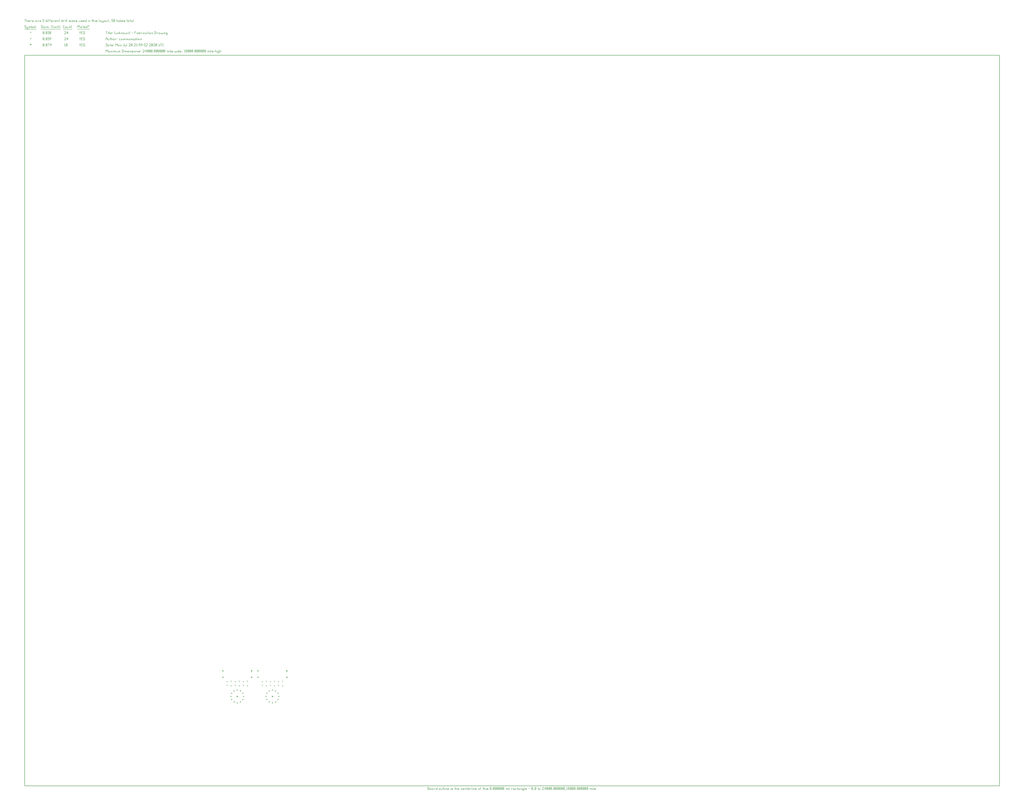
<source format=gbr>
G04 start of page 17 for group -3984 idx -3984 *
G04 Title: (unknown), fab *
G04 Creator: pcb 4.2.0 *
G04 CreationDate: Mon Jul 20 21:59:32 2020 UTC *
G04 For: commonadmin *
G04 Format: Gerber/RS-274X *
G04 PCB-Dimensions (mil): 24000.00 18000.00 *
G04 PCB-Coordinate-Origin: lower left *
%MOIN*%
%FSLAX25Y25*%
%LNFAB*%
%ADD78C,0.0100*%
%ADD77C,0.0075*%
%ADD76C,0.0060*%
%ADD75C,0.0001*%
G54D75*G36*
X609036Y222041D02*X612002Y219076D01*
X611436Y218510D01*
X608471Y221476D01*
X609036Y222041D01*
G37*
G36*
X608471Y219076D02*X611436Y222041D01*
X612002Y221476D01*
X609036Y218510D01*
X608471Y219076D01*
G37*
G36*
X644469Y269285D02*X647435Y266320D01*
X646869Y265754D01*
X643904Y268720D01*
X644469Y269285D01*
G37*
G36*
X643904Y266320D02*X646869Y269285D01*
X647435Y268720D01*
X644469Y265754D01*
X643904Y266320D01*
G37*
G36*
X644469Y285033D02*X647435Y282068D01*
X646869Y281502D01*
X643904Y284468D01*
X644469Y285033D01*
G37*
G36*
X643904Y282068D02*X646869Y285033D01*
X647435Y284468D01*
X644469Y281502D01*
X643904Y282068D01*
G37*
G36*
X573603Y285033D02*X576569Y282068D01*
X576003Y281502D01*
X573037Y284468D01*
X573603Y285033D01*
G37*
G36*
X573037Y282068D02*X576003Y285033D01*
X576569Y284468D01*
X573603Y281502D01*
X573037Y282068D01*
G37*
G36*
X573603Y269285D02*X576569Y266320D01*
X576003Y265754D01*
X573037Y268720D01*
X573603Y269285D01*
G37*
G36*
X573037Y266320D02*X576003Y269285D01*
X576569Y268720D01*
X573603Y265754D01*
X573037Y266320D01*
G37*
G36*
X522422Y222041D02*X525388Y219076D01*
X524822Y218510D01*
X521856Y221476D01*
X522422Y222041D01*
G37*
G36*
X521856Y219076D02*X524822Y222041D01*
X525388Y221476D01*
X522422Y218510D01*
X521856Y219076D01*
G37*
G36*
X557855Y269285D02*X560821Y266320D01*
X560255Y265754D01*
X557289Y268720D01*
X557855Y269285D01*
G37*
G36*
X557289Y266320D02*X560255Y269285D01*
X560821Y268720D01*
X557855Y265754D01*
X557289Y266320D01*
G37*
G36*
X557855Y285033D02*X560821Y282068D01*
X560255Y281502D01*
X557289Y284468D01*
X557855Y285033D01*
G37*
G36*
X557289Y282068D02*X560255Y285033D01*
X560821Y284468D01*
X557855Y281502D01*
X557289Y282068D01*
G37*
G36*
X486989Y285033D02*X489955Y282068D01*
X489389Y281502D01*
X486423Y284468D01*
X486989Y285033D01*
G37*
G36*
X486423Y282068D02*X489389Y285033D01*
X489955Y284468D01*
X486989Y281502D01*
X486423Y282068D01*
G37*
G36*
X486989Y269285D02*X489955Y266320D01*
X489389Y265754D01*
X486423Y268720D01*
X486989Y269285D01*
G37*
G36*
X486423Y266320D02*X489389Y269285D01*
X489955Y268720D01*
X486989Y265754D01*
X486423Y266320D01*
G37*
G36*
X13800Y1828016D02*X16766Y1825050D01*
X16200Y1824484D01*
X13234Y1827450D01*
X13800Y1828016D01*
G37*
G36*
X13234Y1825050D02*X16200Y1828016D01*
X16766Y1827450D01*
X13800Y1824484D01*
X13234Y1825050D01*
G37*
G54D76*X135000Y1828500D02*X136500Y1825500D01*
X138000Y1828500D01*
X136500Y1825500D02*Y1822500D01*
X139800Y1825800D02*X142050D01*
X139800Y1822500D02*X142800D01*
X139800Y1828500D02*Y1822500D01*
Y1828500D02*X142800D01*
X147600D02*X148350Y1827750D01*
X145350Y1828500D02*X147600D01*
X144600Y1827750D02*X145350Y1828500D01*
X144600Y1827750D02*Y1826250D01*
X145350Y1825500D01*
X147600D01*
X148350Y1824750D01*
Y1823250D01*
X147600Y1822500D02*X148350Y1823250D01*
X145350Y1822500D02*X147600D01*
X144600Y1823250D02*X145350Y1822500D01*
X98000Y1827300D02*X99200Y1828500D01*
Y1822500D01*
X98000D02*X100250D01*
X102050Y1823250D02*X102800Y1822500D01*
X102050Y1827750D02*Y1823250D01*
Y1827750D02*X102800Y1828500D01*
X104300D01*
X105050Y1827750D01*
Y1823250D01*
X104300Y1822500D02*X105050Y1823250D01*
X102800Y1822500D02*X104300D01*
X102050Y1824000D02*X105050Y1827000D01*
X45000Y1823250D02*X45750Y1822500D01*
X45000Y1827750D02*Y1823250D01*
Y1827750D02*X45750Y1828500D01*
X47250D01*
X48000Y1827750D01*
Y1823250D01*
X47250Y1822500D02*X48000Y1823250D01*
X45750Y1822500D02*X47250D01*
X45000Y1824000D02*X48000Y1827000D01*
X49800Y1822500D02*X50550D01*
X52350Y1823250D02*X53100Y1822500D01*
X52350Y1827750D02*Y1823250D01*
Y1827750D02*X53100Y1828500D01*
X54600D01*
X55350Y1827750D01*
Y1823250D01*
X54600Y1822500D02*X55350Y1823250D01*
X53100Y1822500D02*X54600D01*
X52350Y1824000D02*X55350Y1827000D01*
X57900Y1822500D02*X60900Y1828500D01*
X57150D02*X60900D01*
X63450Y1822500D02*X65700Y1825500D01*
Y1827750D02*Y1825500D01*
X64950Y1828500D02*X65700Y1827750D01*
X63450Y1828500D02*X64950D01*
X62700Y1827750D02*X63450Y1828500D01*
X62700Y1827750D02*Y1826250D01*
X63450Y1825500D01*
X65700D01*
X610236Y206128D02*Y202928D01*
X608636Y204528D02*X611836D01*
X625984Y221876D02*Y218676D01*
X624384Y220276D02*X627584D01*
X610236Y237624D02*Y234424D01*
X608636Y236024D02*X611836D01*
X594488Y221876D02*Y218676D01*
X592888Y220276D02*X596088D01*
X602362Y235458D02*Y232258D01*
X600762Y233858D02*X603962D01*
X596457Y229553D02*Y226353D01*
X594857Y227953D02*X598057D01*
X602362Y208293D02*Y205093D01*
X600762Y206693D02*X603962D01*
X596457Y214198D02*Y210998D01*
X594857Y212598D02*X598057D01*
X618110Y208293D02*Y205093D01*
X616510Y206693D02*X619710D01*
X618110Y235458D02*Y232258D01*
X616510Y233858D02*X619710D01*
X624016Y214198D02*Y210998D01*
X622416Y212598D02*X625616D01*
X624016Y229553D02*Y226353D01*
X622416Y227953D02*X625616D01*
X523622Y206128D02*Y202928D01*
X522022Y204528D02*X525222D01*
X539370Y221876D02*Y218676D01*
X537770Y220276D02*X540970D01*
X523622Y237624D02*Y234424D01*
X522022Y236024D02*X525222D01*
X507874Y221876D02*Y218676D01*
X506274Y220276D02*X509474D01*
X515748Y235458D02*Y232258D01*
X514148Y233858D02*X517348D01*
X509843Y229553D02*Y226353D01*
X508243Y227953D02*X511443D01*
X515748Y208293D02*Y205093D01*
X514148Y206693D02*X517348D01*
X509843Y214198D02*Y210998D01*
X508243Y212598D02*X511443D01*
X531496Y208293D02*Y205093D01*
X529896Y206693D02*X533096D01*
X531496Y235458D02*Y232258D01*
X529896Y233858D02*X533096D01*
X537402Y214198D02*Y210998D01*
X535802Y212598D02*X539002D01*
X537402Y229553D02*Y226353D01*
X535802Y227953D02*X539002D01*
X15000Y1842850D02*Y1839650D01*
X13400Y1841250D02*X16600D01*
X135000Y1843500D02*X136500Y1840500D01*
X138000Y1843500D01*
X136500Y1840500D02*Y1837500D01*
X139800Y1840800D02*X142050D01*
X139800Y1837500D02*X142800D01*
X139800Y1843500D02*Y1837500D01*
Y1843500D02*X142800D01*
X147600D02*X148350Y1842750D01*
X145350Y1843500D02*X147600D01*
X144600Y1842750D02*X145350Y1843500D01*
X144600Y1842750D02*Y1841250D01*
X145350Y1840500D01*
X147600D01*
X148350Y1839750D01*
Y1838250D01*
X147600Y1837500D02*X148350Y1838250D01*
X145350Y1837500D02*X147600D01*
X144600Y1838250D02*X145350Y1837500D01*
X98000Y1842750D02*X98750Y1843500D01*
X101000D01*
X101750Y1842750D01*
Y1841250D01*
X98000Y1837500D02*X101750Y1841250D01*
X98000Y1837500D02*X101750D01*
X103550Y1839750D02*X106550Y1843500D01*
X103550Y1839750D02*X107300D01*
X106550Y1843500D02*Y1837500D01*
X45000Y1838250D02*X45750Y1837500D01*
X45000Y1842750D02*Y1838250D01*
Y1842750D02*X45750Y1843500D01*
X47250D01*
X48000Y1842750D01*
Y1838250D01*
X47250Y1837500D02*X48000Y1838250D01*
X45750Y1837500D02*X47250D01*
X45000Y1839000D02*X48000Y1842000D01*
X49800Y1837500D02*X50550D01*
X52350Y1838250D02*X53100Y1837500D01*
X52350Y1842750D02*Y1838250D01*
Y1842750D02*X53100Y1843500D01*
X54600D01*
X55350Y1842750D01*
Y1838250D01*
X54600Y1837500D02*X55350Y1838250D01*
X53100Y1837500D02*X54600D01*
X52350Y1839000D02*X55350Y1842000D01*
X57150Y1842750D02*X57900Y1843500D01*
X59400D01*
X60150Y1842750D01*
X59400Y1837500D02*X60150Y1838250D01*
X57900Y1837500D02*X59400D01*
X57150Y1838250D02*X57900Y1837500D01*
Y1840800D02*X59400D01*
X60150Y1842750D02*Y1841550D01*
Y1840050D02*Y1838250D01*
Y1840050D02*X59400Y1840800D01*
X60150Y1841550D02*X59400Y1840800D01*
X62700Y1837500D02*X64950Y1840500D01*
Y1842750D02*Y1840500D01*
X64200Y1843500D02*X64950Y1842750D01*
X62700Y1843500D02*X64200D01*
X61950Y1842750D02*X62700Y1843500D01*
X61950Y1842750D02*Y1841250D01*
X62700Y1840500D01*
X64950D01*
X635236Y257772D02*Y256172D01*
Y257772D02*X636623Y258572D01*
X635236Y257772D02*X633850Y258572D01*
X635236Y246272D02*Y244672D01*
Y246272D02*X636623Y247072D01*
X635236Y246272D02*X633850Y247072D01*
X625236Y247772D02*Y246172D01*
Y247772D02*X626623Y248572D01*
X625236Y247772D02*X623850Y248572D01*
X625236Y256272D02*Y254672D01*
Y256272D02*X626623Y257072D01*
X625236Y256272D02*X623850Y257072D01*
X615236Y257772D02*Y256172D01*
Y257772D02*X616623Y258572D01*
X615236Y257772D02*X613850Y258572D01*
X605236Y256272D02*Y254672D01*
Y256272D02*X606623Y257072D01*
X605236Y256272D02*X603850Y257072D01*
X595236Y257772D02*Y256172D01*
Y257772D02*X596623Y258572D01*
X595236Y257772D02*X593850Y258572D01*
X585236Y256272D02*Y254672D01*
Y256272D02*X586623Y257072D01*
X585236Y256272D02*X583850Y257072D01*
X615236Y246272D02*Y244672D01*
Y246272D02*X616623Y247072D01*
X615236Y246272D02*X613850Y247072D01*
X605236Y247772D02*Y246172D01*
Y247772D02*X606623Y248572D01*
X605236Y247772D02*X603850Y248572D01*
X595236Y246272D02*Y244672D01*
Y246272D02*X596623Y247072D01*
X595236Y246272D02*X593850Y247072D01*
X585236Y247772D02*Y246172D01*
Y247772D02*X586623Y248572D01*
X585236Y247772D02*X583850Y248572D01*
X548599Y257788D02*Y256188D01*
Y257788D02*X549985Y258588D01*
X548599Y257788D02*X547212Y258588D01*
X548599Y246288D02*Y244688D01*
Y246288D02*X549985Y247088D01*
X548599Y246288D02*X547212Y247088D01*
X538599Y247788D02*Y246188D01*
Y247788D02*X539985Y248588D01*
X538599Y247788D02*X537212Y248588D01*
X538599Y256288D02*Y254688D01*
Y256288D02*X539985Y257088D01*
X538599Y256288D02*X537212Y257088D01*
X528599Y257788D02*Y256188D01*
Y257788D02*X529985Y258588D01*
X528599Y257788D02*X527212Y258588D01*
X518599Y256288D02*Y254688D01*
Y256288D02*X519985Y257088D01*
X518599Y256288D02*X517212Y257088D01*
X508599Y257788D02*Y256188D01*
Y257788D02*X509985Y258588D01*
X508599Y257788D02*X507212Y258588D01*
X498599Y256288D02*Y254688D01*
Y256288D02*X499985Y257088D01*
X498599Y256288D02*X497212Y257088D01*
X528599Y246288D02*Y244688D01*
Y246288D02*X529985Y247088D01*
X528599Y246288D02*X527212Y247088D01*
X518599Y247788D02*Y246188D01*
Y247788D02*X519985Y248588D01*
X518599Y247788D02*X517212Y248588D01*
X508599Y246288D02*Y244688D01*
Y246288D02*X509985Y247088D01*
X508599Y246288D02*X507212Y247088D01*
X498599Y247788D02*Y246188D01*
Y247788D02*X499985Y248588D01*
X498599Y247788D02*X497212Y248588D01*
X15000Y1856250D02*Y1854650D01*
Y1856250D02*X16387Y1857050D01*
X15000Y1856250D02*X13613Y1857050D01*
X135000Y1858500D02*X136500Y1855500D01*
X138000Y1858500D01*
X136500Y1855500D02*Y1852500D01*
X139800Y1855800D02*X142050D01*
X139800Y1852500D02*X142800D01*
X139800Y1858500D02*Y1852500D01*
Y1858500D02*X142800D01*
X147600D02*X148350Y1857750D01*
X145350Y1858500D02*X147600D01*
X144600Y1857750D02*X145350Y1858500D01*
X144600Y1857750D02*Y1856250D01*
X145350Y1855500D01*
X147600D01*
X148350Y1854750D01*
Y1853250D01*
X147600Y1852500D02*X148350Y1853250D01*
X145350Y1852500D02*X147600D01*
X144600Y1853250D02*X145350Y1852500D01*
X98000Y1857750D02*X98750Y1858500D01*
X101000D01*
X101750Y1857750D01*
Y1856250D01*
X98000Y1852500D02*X101750Y1856250D01*
X98000Y1852500D02*X101750D01*
X103550Y1854750D02*X106550Y1858500D01*
X103550Y1854750D02*X107300D01*
X106550Y1858500D02*Y1852500D01*
X45000Y1853250D02*X45750Y1852500D01*
X45000Y1857750D02*Y1853250D01*
Y1857750D02*X45750Y1858500D01*
X47250D01*
X48000Y1857750D01*
Y1853250D01*
X47250Y1852500D02*X48000Y1853250D01*
X45750Y1852500D02*X47250D01*
X45000Y1854000D02*X48000Y1857000D01*
X49800Y1852500D02*X50550D01*
X52350Y1853250D02*X53100Y1852500D01*
X52350Y1857750D02*Y1853250D01*
Y1857750D02*X53100Y1858500D01*
X54600D01*
X55350Y1857750D01*
Y1853250D01*
X54600Y1852500D02*X55350Y1853250D01*
X53100Y1852500D02*X54600D01*
X52350Y1854000D02*X55350Y1857000D01*
X57150Y1857750D02*X57900Y1858500D01*
X59400D01*
X60150Y1857750D01*
X59400Y1852500D02*X60150Y1853250D01*
X57900Y1852500D02*X59400D01*
X57150Y1853250D02*X57900Y1852500D01*
Y1855800D02*X59400D01*
X60150Y1857750D02*Y1856550D01*
Y1855050D02*Y1853250D01*
Y1855050D02*X59400Y1855800D01*
X60150Y1856550D02*X59400Y1855800D01*
X61950Y1853250D02*X62700Y1852500D01*
X61950Y1854450D02*Y1853250D01*
Y1854450D02*X63000Y1855500D01*
X63900D01*
X64950Y1854450D01*
Y1853250D01*
X64200Y1852500D02*X64950Y1853250D01*
X62700Y1852500D02*X64200D01*
X61950Y1856550D02*X63000Y1855500D01*
X61950Y1857750D02*Y1856550D01*
Y1857750D02*X62700Y1858500D01*
X64200D01*
X64950Y1857750D01*
Y1856550D01*
X63900Y1855500D02*X64950Y1856550D01*
X3000Y1873500D02*X3750Y1872750D01*
X750Y1873500D02*X3000D01*
X0Y1872750D02*X750Y1873500D01*
X0Y1872750D02*Y1871250D01*
X750Y1870500D01*
X3000D01*
X3750Y1869750D01*
Y1868250D01*
X3000Y1867500D02*X3750Y1868250D01*
X750Y1867500D02*X3000D01*
X0Y1868250D02*X750Y1867500D01*
X5550Y1870500D02*Y1868250D01*
X6300Y1867500D01*
X8550Y1870500D02*Y1866000D01*
X7800Y1865250D02*X8550Y1866000D01*
X6300Y1865250D02*X7800D01*
X5550Y1866000D02*X6300Y1865250D01*
Y1867500D02*X7800D01*
X8550Y1868250D01*
X11100Y1869750D02*Y1867500D01*
Y1869750D02*X11850Y1870500D01*
X12600D01*
X13350Y1869750D01*
Y1867500D01*
Y1869750D02*X14100Y1870500D01*
X14850D01*
X15600Y1869750D01*
Y1867500D01*
X10350Y1870500D02*X11100Y1869750D01*
X17400Y1873500D02*Y1867500D01*
Y1868250D02*X18150Y1867500D01*
X19650D01*
X20400Y1868250D01*
Y1869750D02*Y1868250D01*
X19650Y1870500D02*X20400Y1869750D01*
X18150Y1870500D02*X19650D01*
X17400Y1869750D02*X18150Y1870500D01*
X22200Y1869750D02*Y1868250D01*
Y1869750D02*X22950Y1870500D01*
X24450D01*
X25200Y1869750D01*
Y1868250D01*
X24450Y1867500D02*X25200Y1868250D01*
X22950Y1867500D02*X24450D01*
X22200Y1868250D02*X22950Y1867500D01*
X27000Y1873500D02*Y1868250D01*
X27750Y1867500D01*
X0Y1864250D02*X29250D01*
X41750Y1873500D02*Y1867500D01*
X43700Y1873500D02*X44750Y1872450D01*
Y1868550D01*
X43700Y1867500D02*X44750Y1868550D01*
X41000Y1867500D02*X43700D01*
X41000Y1873500D02*X43700D01*
G54D77*X46550Y1872000D02*Y1871850D01*
G54D76*Y1869750D02*Y1867500D01*
X50300Y1870500D02*X51050Y1869750D01*
X48800Y1870500D02*X50300D01*
X48050Y1869750D02*X48800Y1870500D01*
X48050Y1869750D02*Y1868250D01*
X48800Y1867500D01*
X51050Y1870500D02*Y1868250D01*
X51800Y1867500D01*
X48800D02*X50300D01*
X51050Y1868250D01*
X54350Y1869750D02*Y1867500D01*
Y1869750D02*X55100Y1870500D01*
X55850D01*
X56600Y1869750D01*
Y1867500D01*
Y1869750D02*X57350Y1870500D01*
X58100D01*
X58850Y1869750D01*
Y1867500D01*
X53600Y1870500D02*X54350Y1869750D01*
X60650Y1867500D02*X61400D01*
X65900Y1868250D02*X66650Y1867500D01*
X65900Y1872750D02*X66650Y1873500D01*
X65900Y1872750D02*Y1868250D01*
X68450Y1873500D02*X69950D01*
X69200D02*Y1867500D01*
X68450D02*X69950D01*
X72500Y1869750D02*Y1867500D01*
Y1869750D02*X73250Y1870500D01*
X74000D01*
X74750Y1869750D01*
Y1867500D01*
X71750Y1870500D02*X72500Y1869750D01*
X77300Y1870500D02*X79550D01*
X76550Y1869750D02*X77300Y1870500D01*
X76550Y1869750D02*Y1868250D01*
X77300Y1867500D01*
X79550D01*
X81350Y1873500D02*Y1867500D01*
Y1869750D02*X82100Y1870500D01*
X83600D01*
X84350Y1869750D01*
Y1867500D01*
X86150Y1873500D02*X86900Y1872750D01*
Y1868250D01*
X86150Y1867500D02*X86900Y1868250D01*
X41000Y1864250D02*X88700D01*
X96050Y1867500D02*X98000D01*
X95000Y1868550D02*X96050Y1867500D01*
X95000Y1872450D02*Y1868550D01*
Y1872450D02*X96050Y1873500D01*
X98000D01*
X99800Y1869750D02*Y1868250D01*
Y1869750D02*X100550Y1870500D01*
X102050D01*
X102800Y1869750D01*
Y1868250D01*
X102050Y1867500D02*X102800Y1868250D01*
X100550Y1867500D02*X102050D01*
X99800Y1868250D02*X100550Y1867500D01*
X104600Y1870500D02*Y1868250D01*
X105350Y1867500D01*
X106850D01*
X107600Y1868250D01*
Y1870500D02*Y1868250D01*
X110150Y1869750D02*Y1867500D01*
Y1869750D02*X110900Y1870500D01*
X111650D01*
X112400Y1869750D01*
Y1867500D01*
X109400Y1870500D02*X110150Y1869750D01*
X114950Y1873500D02*Y1868250D01*
X115700Y1867500D01*
X114200Y1871250D02*X115700D01*
X95000Y1864250D02*X117200D01*
X130750Y1873500D02*Y1867500D01*
X130000Y1873500D02*X133000D01*
X133750Y1872750D01*
Y1871250D01*
X133000Y1870500D02*X133750Y1871250D01*
X130750Y1870500D02*X133000D01*
X135550Y1873500D02*Y1868250D01*
X136300Y1867500D01*
X140050Y1870500D02*X140800Y1869750D01*
X138550Y1870500D02*X140050D01*
X137800Y1869750D02*X138550Y1870500D01*
X137800Y1869750D02*Y1868250D01*
X138550Y1867500D01*
X140800Y1870500D02*Y1868250D01*
X141550Y1867500D01*
X138550D02*X140050D01*
X140800Y1868250D01*
X144100Y1873500D02*Y1868250D01*
X144850Y1867500D01*
X143350Y1871250D02*X144850D01*
X147100Y1867500D02*X149350D01*
X146350Y1868250D02*X147100Y1867500D01*
X146350Y1869750D02*Y1868250D01*
Y1869750D02*X147100Y1870500D01*
X148600D01*
X149350Y1869750D01*
X146350Y1869000D02*X149350D01*
Y1869750D02*Y1869000D01*
X154150Y1873500D02*Y1867500D01*
X153400D02*X154150Y1868250D01*
X151900Y1867500D02*X153400D01*
X151150Y1868250D02*X151900Y1867500D01*
X151150Y1869750D02*Y1868250D01*
Y1869750D02*X151900Y1870500D01*
X153400D01*
X154150Y1869750D01*
X157450Y1870500D02*Y1869750D01*
Y1868250D02*Y1867500D01*
X155950Y1872750D02*Y1872000D01*
Y1872750D02*X156700Y1873500D01*
X158200D01*
X158950Y1872750D01*
Y1872000D01*
X157450Y1870500D02*X158950Y1872000D01*
X130000Y1864250D02*X160750D01*
X0Y1888500D02*X3000D01*
X1500D02*Y1882500D01*
X4800Y1888500D02*Y1882500D01*
Y1884750D02*X5550Y1885500D01*
X7050D01*
X7800Y1884750D01*
Y1882500D01*
X10350D02*X12600D01*
X9600Y1883250D02*X10350Y1882500D01*
X9600Y1884750D02*Y1883250D01*
Y1884750D02*X10350Y1885500D01*
X11850D01*
X12600Y1884750D01*
X9600Y1884000D02*X12600D01*
Y1884750D02*Y1884000D01*
X15150Y1884750D02*Y1882500D01*
Y1884750D02*X15900Y1885500D01*
X17400D01*
X14400D02*X15150Y1884750D01*
X19950Y1882500D02*X22200D01*
X19200Y1883250D02*X19950Y1882500D01*
X19200Y1884750D02*Y1883250D01*
Y1884750D02*X19950Y1885500D01*
X21450D01*
X22200Y1884750D01*
X19200Y1884000D02*X22200D01*
Y1884750D02*Y1884000D01*
X28950Y1885500D02*X29700Y1884750D01*
X27450Y1885500D02*X28950D01*
X26700Y1884750D02*X27450Y1885500D01*
X26700Y1884750D02*Y1883250D01*
X27450Y1882500D01*
X29700Y1885500D02*Y1883250D01*
X30450Y1882500D01*
X27450D02*X28950D01*
X29700Y1883250D01*
X33000Y1884750D02*Y1882500D01*
Y1884750D02*X33750Y1885500D01*
X35250D01*
X32250D02*X33000Y1884750D01*
X37800Y1882500D02*X40050D01*
X37050Y1883250D02*X37800Y1882500D01*
X37050Y1884750D02*Y1883250D01*
Y1884750D02*X37800Y1885500D01*
X39300D01*
X40050Y1884750D01*
X37050Y1884000D02*X40050D01*
Y1884750D02*Y1884000D01*
X44550Y1887750D02*X45300Y1888500D01*
X46800D01*
X47550Y1887750D01*
X46800Y1882500D02*X47550Y1883250D01*
X45300Y1882500D02*X46800D01*
X44550Y1883250D02*X45300Y1882500D01*
Y1885800D02*X46800D01*
X47550Y1887750D02*Y1886550D01*
Y1885050D02*Y1883250D01*
Y1885050D02*X46800Y1885800D01*
X47550Y1886550D02*X46800Y1885800D01*
X55050Y1888500D02*Y1882500D01*
X54300D02*X55050Y1883250D01*
X52800Y1882500D02*X54300D01*
X52050Y1883250D02*X52800Y1882500D01*
X52050Y1884750D02*Y1883250D01*
Y1884750D02*X52800Y1885500D01*
X54300D01*
X55050Y1884750D01*
G54D77*X56850Y1887000D02*Y1886850D01*
G54D76*Y1884750D02*Y1882500D01*
X59100Y1887750D02*Y1882500D01*
Y1887750D02*X59850Y1888500D01*
X60600D01*
X58350Y1885500D02*X59850D01*
X62850Y1887750D02*Y1882500D01*
Y1887750D02*X63600Y1888500D01*
X64350D01*
X62100Y1885500D02*X63600D01*
X66600Y1882500D02*X68850D01*
X65850Y1883250D02*X66600Y1882500D01*
X65850Y1884750D02*Y1883250D01*
Y1884750D02*X66600Y1885500D01*
X68100D01*
X68850Y1884750D01*
X65850Y1884000D02*X68850D01*
Y1884750D02*Y1884000D01*
X71400Y1884750D02*Y1882500D01*
Y1884750D02*X72150Y1885500D01*
X73650D01*
X70650D02*X71400Y1884750D01*
X76200Y1882500D02*X78450D01*
X75450Y1883250D02*X76200Y1882500D01*
X75450Y1884750D02*Y1883250D01*
Y1884750D02*X76200Y1885500D01*
X77700D01*
X78450Y1884750D01*
X75450Y1884000D02*X78450D01*
Y1884750D02*Y1884000D01*
X81000Y1884750D02*Y1882500D01*
Y1884750D02*X81750Y1885500D01*
X82500D01*
X83250Y1884750D01*
Y1882500D01*
X80250Y1885500D02*X81000Y1884750D01*
X85800Y1888500D02*Y1883250D01*
X86550Y1882500D01*
X85050Y1886250D02*X86550D01*
X93750Y1888500D02*Y1882500D01*
X93000D02*X93750Y1883250D01*
X91500Y1882500D02*X93000D01*
X90750Y1883250D02*X91500Y1882500D01*
X90750Y1884750D02*Y1883250D01*
Y1884750D02*X91500Y1885500D01*
X93000D01*
X93750Y1884750D01*
X96300D02*Y1882500D01*
Y1884750D02*X97050Y1885500D01*
X98550D01*
X95550D02*X96300Y1884750D01*
G54D77*X100350Y1887000D02*Y1886850D01*
G54D76*Y1884750D02*Y1882500D01*
X101850Y1888500D02*Y1883250D01*
X102600Y1882500D01*
X104100Y1888500D02*Y1883250D01*
X104850Y1882500D01*
X109800D02*X112050D01*
X112800Y1883250D01*
X112050Y1884000D02*X112800Y1883250D01*
X109800Y1884000D02*X112050D01*
X109050Y1884750D02*X109800Y1884000D01*
X109050Y1884750D02*X109800Y1885500D01*
X112050D01*
X112800Y1884750D01*
X109050Y1883250D02*X109800Y1882500D01*
G54D77*X114600Y1887000D02*Y1886850D01*
G54D76*Y1884750D02*Y1882500D01*
X116100Y1885500D02*X119100D01*
X116100Y1882500D02*X119100Y1885500D01*
X116100Y1882500D02*X119100D01*
X121650D02*X123900D01*
X120900Y1883250D02*X121650Y1882500D01*
X120900Y1884750D02*Y1883250D01*
Y1884750D02*X121650Y1885500D01*
X123150D01*
X123900Y1884750D01*
X120900Y1884000D02*X123900D01*
Y1884750D02*Y1884000D01*
X126450Y1882500D02*X128700D01*
X129450Y1883250D01*
X128700Y1884000D02*X129450Y1883250D01*
X126450Y1884000D02*X128700D01*
X125700Y1884750D02*X126450Y1884000D01*
X125700Y1884750D02*X126450Y1885500D01*
X128700D01*
X129450Y1884750D01*
X125700Y1883250D02*X126450Y1882500D01*
X133950Y1885500D02*Y1883250D01*
X134700Y1882500D01*
X136200D01*
X136950Y1883250D01*
Y1885500D02*Y1883250D01*
X139500Y1882500D02*X141750D01*
X142500Y1883250D01*
X141750Y1884000D02*X142500Y1883250D01*
X139500Y1884000D02*X141750D01*
X138750Y1884750D02*X139500Y1884000D01*
X138750Y1884750D02*X139500Y1885500D01*
X141750D01*
X142500Y1884750D01*
X138750Y1883250D02*X139500Y1882500D01*
X145050D02*X147300D01*
X144300Y1883250D02*X145050Y1882500D01*
X144300Y1884750D02*Y1883250D01*
Y1884750D02*X145050Y1885500D01*
X146550D01*
X147300Y1884750D01*
X144300Y1884000D02*X147300D01*
Y1884750D02*Y1884000D01*
X152100Y1888500D02*Y1882500D01*
X151350D02*X152100Y1883250D01*
X149850Y1882500D02*X151350D01*
X149100Y1883250D02*X149850Y1882500D01*
X149100Y1884750D02*Y1883250D01*
Y1884750D02*X149850Y1885500D01*
X151350D01*
X152100Y1884750D01*
G54D77*X156600Y1887000D02*Y1886850D01*
G54D76*Y1884750D02*Y1882500D01*
X158850Y1884750D02*Y1882500D01*
Y1884750D02*X159600Y1885500D01*
X160350D01*
X161100Y1884750D01*
Y1882500D01*
X158100Y1885500D02*X158850Y1884750D01*
X166350Y1888500D02*Y1883250D01*
X167100Y1882500D01*
X165600Y1886250D02*X167100D01*
X168600Y1888500D02*Y1882500D01*
Y1884750D02*X169350Y1885500D01*
X170850D01*
X171600Y1884750D01*
Y1882500D01*
G54D77*X173400Y1887000D02*Y1886850D01*
G54D76*Y1884750D02*Y1882500D01*
X175650D02*X177900D01*
X178650Y1883250D01*
X177900Y1884000D02*X178650Y1883250D01*
X175650Y1884000D02*X177900D01*
X174900Y1884750D02*X175650Y1884000D01*
X174900Y1884750D02*X175650Y1885500D01*
X177900D01*
X178650Y1884750D01*
X174900Y1883250D02*X175650Y1882500D01*
X183150Y1888500D02*Y1883250D01*
X183900Y1882500D01*
X187650Y1885500D02*X188400Y1884750D01*
X186150Y1885500D02*X187650D01*
X185400Y1884750D02*X186150Y1885500D01*
X185400Y1884750D02*Y1883250D01*
X186150Y1882500D01*
X188400Y1885500D02*Y1883250D01*
X189150Y1882500D01*
X186150D02*X187650D01*
X188400Y1883250D01*
X190950Y1885500D02*Y1883250D01*
X191700Y1882500D01*
X193950Y1885500D02*Y1881000D01*
X193200Y1880250D02*X193950Y1881000D01*
X191700Y1880250D02*X193200D01*
X190950Y1881000D02*X191700Y1880250D01*
Y1882500D02*X193200D01*
X193950Y1883250D01*
X195750Y1884750D02*Y1883250D01*
Y1884750D02*X196500Y1885500D01*
X198000D01*
X198750Y1884750D01*
Y1883250D01*
X198000Y1882500D02*X198750Y1883250D01*
X196500Y1882500D02*X198000D01*
X195750Y1883250D02*X196500Y1882500D01*
X200550Y1885500D02*Y1883250D01*
X201300Y1882500D01*
X202800D01*
X203550Y1883250D01*
Y1885500D02*Y1883250D01*
X206100Y1888500D02*Y1883250D01*
X206850Y1882500D01*
X205350Y1886250D02*X206850D01*
X208350Y1881000D02*X209850Y1882500D01*
X214350Y1888500D02*X217350D01*
X214350D02*Y1885500D01*
X215100Y1886250D01*
X216600D01*
X217350Y1885500D01*
Y1883250D01*
X216600Y1882500D02*X217350Y1883250D01*
X215100Y1882500D02*X216600D01*
X214350Y1883250D02*X215100Y1882500D01*
X219150Y1883250D02*X219900Y1882500D01*
X219150Y1884450D02*Y1883250D01*
Y1884450D02*X220200Y1885500D01*
X221100D01*
X222150Y1884450D01*
Y1883250D01*
X221400Y1882500D02*X222150Y1883250D01*
X219900Y1882500D02*X221400D01*
X219150Y1886550D02*X220200Y1885500D01*
X219150Y1887750D02*Y1886550D01*
Y1887750D02*X219900Y1888500D01*
X221400D01*
X222150Y1887750D01*
Y1886550D01*
X221100Y1885500D02*X222150Y1886550D01*
X226650Y1888500D02*Y1882500D01*
Y1884750D02*X227400Y1885500D01*
X228900D01*
X229650Y1884750D01*
Y1882500D01*
X231450Y1884750D02*Y1883250D01*
Y1884750D02*X232200Y1885500D01*
X233700D01*
X234450Y1884750D01*
Y1883250D01*
X233700Y1882500D02*X234450Y1883250D01*
X232200Y1882500D02*X233700D01*
X231450Y1883250D02*X232200Y1882500D01*
X236250Y1888500D02*Y1883250D01*
X237000Y1882500D01*
X239250D02*X241500D01*
X238500Y1883250D02*X239250Y1882500D01*
X238500Y1884750D02*Y1883250D01*
Y1884750D02*X239250Y1885500D01*
X240750D01*
X241500Y1884750D01*
X238500Y1884000D02*X241500D01*
Y1884750D02*Y1884000D01*
X244050Y1882500D02*X246300D01*
X247050Y1883250D01*
X246300Y1884000D02*X247050Y1883250D01*
X244050Y1884000D02*X246300D01*
X243300Y1884750D02*X244050Y1884000D01*
X243300Y1884750D02*X244050Y1885500D01*
X246300D01*
X247050Y1884750D01*
X243300Y1883250D02*X244050Y1882500D01*
X252300Y1888500D02*Y1883250D01*
X253050Y1882500D01*
X251550Y1886250D02*X253050D01*
X254550Y1884750D02*Y1883250D01*
Y1884750D02*X255300Y1885500D01*
X256800D01*
X257550Y1884750D01*
Y1883250D01*
X256800Y1882500D02*X257550Y1883250D01*
X255300Y1882500D02*X256800D01*
X254550Y1883250D02*X255300Y1882500D01*
X260100Y1888500D02*Y1883250D01*
X260850Y1882500D01*
X259350Y1886250D02*X260850D01*
X264600Y1885500D02*X265350Y1884750D01*
X263100Y1885500D02*X264600D01*
X262350Y1884750D02*X263100Y1885500D01*
X262350Y1884750D02*Y1883250D01*
X263100Y1882500D01*
X265350Y1885500D02*Y1883250D01*
X266100Y1882500D01*
X263100D02*X264600D01*
X265350Y1883250D01*
X267900Y1888500D02*Y1883250D01*
X268650Y1882500D01*
G54D78*X0Y1800000D02*X2400000D01*
X0D02*Y0D01*
X2400000Y1800000D02*Y0D01*
X0D02*X2400000D01*
G54D76*X200000Y1813500D02*Y1807500D01*
Y1813500D02*X202250Y1810500D01*
X204500Y1813500D01*
Y1807500D01*
X208550Y1810500D02*X209300Y1809750D01*
X207050Y1810500D02*X208550D01*
X206300Y1809750D02*X207050Y1810500D01*
X206300Y1809750D02*Y1808250D01*
X207050Y1807500D01*
X209300Y1810500D02*Y1808250D01*
X210050Y1807500D01*
X207050D02*X208550D01*
X209300Y1808250D01*
X211850Y1810500D02*X214850Y1807500D01*
X211850D02*X214850Y1810500D01*
G54D77*X216650Y1812000D02*Y1811850D01*
G54D76*Y1809750D02*Y1807500D01*
X218900Y1809750D02*Y1807500D01*
Y1809750D02*X219650Y1810500D01*
X220400D01*
X221150Y1809750D01*
Y1807500D01*
Y1809750D02*X221900Y1810500D01*
X222650D01*
X223400Y1809750D01*
Y1807500D01*
X218150Y1810500D02*X218900Y1809750D01*
X225200Y1810500D02*Y1808250D01*
X225950Y1807500D01*
X227450D01*
X228200Y1808250D01*
Y1810500D02*Y1808250D01*
X230750Y1809750D02*Y1807500D01*
Y1809750D02*X231500Y1810500D01*
X232250D01*
X233000Y1809750D01*
Y1807500D01*
Y1809750D02*X233750Y1810500D01*
X234500D01*
X235250Y1809750D01*
Y1807500D01*
X230000Y1810500D02*X230750Y1809750D01*
X240500Y1813500D02*Y1807500D01*
X242450Y1813500D02*X243500Y1812450D01*
Y1808550D01*
X242450Y1807500D02*X243500Y1808550D01*
X239750Y1807500D02*X242450D01*
X239750Y1813500D02*X242450D01*
G54D77*X245300Y1812000D02*Y1811850D01*
G54D76*Y1809750D02*Y1807500D01*
X247550Y1809750D02*Y1807500D01*
Y1809750D02*X248300Y1810500D01*
X249050D01*
X249800Y1809750D01*
Y1807500D01*
Y1809750D02*X250550Y1810500D01*
X251300D01*
X252050Y1809750D01*
Y1807500D01*
X246800Y1810500D02*X247550Y1809750D01*
X254600Y1807500D02*X256850D01*
X253850Y1808250D02*X254600Y1807500D01*
X253850Y1809750D02*Y1808250D01*
Y1809750D02*X254600Y1810500D01*
X256100D01*
X256850Y1809750D01*
X253850Y1809000D02*X256850D01*
Y1809750D02*Y1809000D01*
X259400Y1809750D02*Y1807500D01*
Y1809750D02*X260150Y1810500D01*
X260900D01*
X261650Y1809750D01*
Y1807500D01*
X258650Y1810500D02*X259400Y1809750D01*
X264200Y1807500D02*X266450D01*
X267200Y1808250D01*
X266450Y1809000D02*X267200Y1808250D01*
X264200Y1809000D02*X266450D01*
X263450Y1809750D02*X264200Y1809000D01*
X263450Y1809750D02*X264200Y1810500D01*
X266450D01*
X267200Y1809750D01*
X263450Y1808250D02*X264200Y1807500D01*
G54D77*X269000Y1812000D02*Y1811850D01*
G54D76*Y1809750D02*Y1807500D01*
X270500Y1809750D02*Y1808250D01*
Y1809750D02*X271250Y1810500D01*
X272750D01*
X273500Y1809750D01*
Y1808250D01*
X272750Y1807500D02*X273500Y1808250D01*
X271250Y1807500D02*X272750D01*
X270500Y1808250D02*X271250Y1807500D01*
X276050Y1809750D02*Y1807500D01*
Y1809750D02*X276800Y1810500D01*
X277550D01*
X278300Y1809750D01*
Y1807500D01*
X275300Y1810500D02*X276050Y1809750D01*
X280850Y1807500D02*X283100D01*
X283850Y1808250D01*
X283100Y1809000D02*X283850Y1808250D01*
X280850Y1809000D02*X283100D01*
X280100Y1809750D02*X280850Y1809000D01*
X280100Y1809750D02*X280850Y1810500D01*
X283100D01*
X283850Y1809750D01*
X280100Y1808250D02*X280850Y1807500D01*
X285650Y1811250D02*X286400D01*
X285650Y1809750D02*X286400D01*
X290900Y1812750D02*X291650Y1813500D01*
X293900D01*
X294650Y1812750D01*
Y1811250D01*
X290900Y1807500D02*X294650Y1811250D01*
X290900Y1807500D02*X294650D01*
X296450Y1809750D02*X299450Y1813500D01*
X296450Y1809750D02*X300200D01*
X299450Y1813500D02*Y1807500D01*
X302000Y1808250D02*X302750Y1807500D01*
X302000Y1812750D02*Y1808250D01*
Y1812750D02*X302750Y1813500D01*
X304250D01*
X305000Y1812750D01*
Y1808250D01*
X304250Y1807500D02*X305000Y1808250D01*
X302750Y1807500D02*X304250D01*
X302000Y1809000D02*X305000Y1812000D01*
X306800Y1808250D02*X307550Y1807500D01*
X306800Y1812750D02*Y1808250D01*
Y1812750D02*X307550Y1813500D01*
X309050D01*
X309800Y1812750D01*
Y1808250D01*
X309050Y1807500D02*X309800Y1808250D01*
X307550Y1807500D02*X309050D01*
X306800Y1809000D02*X309800Y1812000D01*
X311600Y1808250D02*X312350Y1807500D01*
X311600Y1812750D02*Y1808250D01*
Y1812750D02*X312350Y1813500D01*
X313850D01*
X314600Y1812750D01*
Y1808250D01*
X313850Y1807500D02*X314600Y1808250D01*
X312350Y1807500D02*X313850D01*
X311600Y1809000D02*X314600Y1812000D01*
X316400Y1807500D02*X317150D01*
X318950Y1808250D02*X319700Y1807500D01*
X318950Y1812750D02*Y1808250D01*
Y1812750D02*X319700Y1813500D01*
X321200D01*
X321950Y1812750D01*
Y1808250D01*
X321200Y1807500D02*X321950Y1808250D01*
X319700Y1807500D02*X321200D01*
X318950Y1809000D02*X321950Y1812000D01*
X323750Y1808250D02*X324500Y1807500D01*
X323750Y1812750D02*Y1808250D01*
Y1812750D02*X324500Y1813500D01*
X326000D01*
X326750Y1812750D01*
Y1808250D01*
X326000Y1807500D02*X326750Y1808250D01*
X324500Y1807500D02*X326000D01*
X323750Y1809000D02*X326750Y1812000D01*
X328550Y1808250D02*X329300Y1807500D01*
X328550Y1812750D02*Y1808250D01*
Y1812750D02*X329300Y1813500D01*
X330800D01*
X331550Y1812750D01*
Y1808250D01*
X330800Y1807500D02*X331550Y1808250D01*
X329300Y1807500D02*X330800D01*
X328550Y1809000D02*X331550Y1812000D01*
X333350Y1808250D02*X334100Y1807500D01*
X333350Y1812750D02*Y1808250D01*
Y1812750D02*X334100Y1813500D01*
X335600D01*
X336350Y1812750D01*
Y1808250D01*
X335600Y1807500D02*X336350Y1808250D01*
X334100Y1807500D02*X335600D01*
X333350Y1809000D02*X336350Y1812000D01*
X338150Y1808250D02*X338900Y1807500D01*
X338150Y1812750D02*Y1808250D01*
Y1812750D02*X338900Y1813500D01*
X340400D01*
X341150Y1812750D01*
Y1808250D01*
X340400Y1807500D02*X341150Y1808250D01*
X338900Y1807500D02*X340400D01*
X338150Y1809000D02*X341150Y1812000D01*
X342950Y1808250D02*X343700Y1807500D01*
X342950Y1812750D02*Y1808250D01*
Y1812750D02*X343700Y1813500D01*
X345200D01*
X345950Y1812750D01*
Y1808250D01*
X345200Y1807500D02*X345950Y1808250D01*
X343700Y1807500D02*X345200D01*
X342950Y1809000D02*X345950Y1812000D01*
X351200Y1809750D02*Y1807500D01*
Y1809750D02*X351950Y1810500D01*
X352700D01*
X353450Y1809750D01*
Y1807500D01*
Y1809750D02*X354200Y1810500D01*
X354950D01*
X355700Y1809750D01*
Y1807500D01*
X350450Y1810500D02*X351200Y1809750D01*
G54D77*X357500Y1812000D02*Y1811850D01*
G54D76*Y1809750D02*Y1807500D01*
X359000Y1813500D02*Y1808250D01*
X359750Y1807500D01*
X362000D02*X364250D01*
X365000Y1808250D01*
X364250Y1809000D02*X365000Y1808250D01*
X362000Y1809000D02*X364250D01*
X361250Y1809750D02*X362000Y1809000D01*
X361250Y1809750D02*X362000Y1810500D01*
X364250D01*
X365000Y1809750D01*
X361250Y1808250D02*X362000Y1807500D01*
X369500Y1810500D02*Y1808250D01*
X370250Y1807500D01*
X371000D01*
X371750Y1808250D01*
Y1810500D02*Y1808250D01*
X372500Y1807500D01*
X373250D01*
X374000Y1808250D01*
Y1810500D02*Y1808250D01*
G54D77*X375800Y1812000D02*Y1811850D01*
G54D76*Y1809750D02*Y1807500D01*
X380300Y1813500D02*Y1807500D01*
X379550D02*X380300Y1808250D01*
X378050Y1807500D02*X379550D01*
X377300Y1808250D02*X378050Y1807500D01*
X377300Y1809750D02*Y1808250D01*
Y1809750D02*X378050Y1810500D01*
X379550D01*
X380300Y1809750D01*
X382850Y1807500D02*X385100D01*
X382100Y1808250D02*X382850Y1807500D01*
X382100Y1809750D02*Y1808250D01*
Y1809750D02*X382850Y1810500D01*
X384350D01*
X385100Y1809750D01*
X382100Y1809000D02*X385100D01*
Y1809750D02*Y1809000D01*
X386900Y1806000D02*X388400Y1807500D01*
X392900Y1812300D02*X394100Y1813500D01*
Y1807500D01*
X392900D02*X395150D01*
X396950Y1808250D02*X397700Y1807500D01*
X396950Y1809450D02*Y1808250D01*
Y1809450D02*X398000Y1810500D01*
X398900D01*
X399950Y1809450D01*
Y1808250D01*
X399200Y1807500D02*X399950Y1808250D01*
X397700Y1807500D02*X399200D01*
X396950Y1811550D02*X398000Y1810500D01*
X396950Y1812750D02*Y1811550D01*
Y1812750D02*X397700Y1813500D01*
X399200D01*
X399950Y1812750D01*
Y1811550D01*
X398900Y1810500D02*X399950Y1811550D01*
X401750Y1808250D02*X402500Y1807500D01*
X401750Y1812750D02*Y1808250D01*
Y1812750D02*X402500Y1813500D01*
X404000D01*
X404750Y1812750D01*
Y1808250D01*
X404000Y1807500D02*X404750Y1808250D01*
X402500Y1807500D02*X404000D01*
X401750Y1809000D02*X404750Y1812000D01*
X406550Y1808250D02*X407300Y1807500D01*
X406550Y1812750D02*Y1808250D01*
Y1812750D02*X407300Y1813500D01*
X408800D01*
X409550Y1812750D01*
Y1808250D01*
X408800Y1807500D02*X409550Y1808250D01*
X407300Y1807500D02*X408800D01*
X406550Y1809000D02*X409550Y1812000D01*
X411350Y1808250D02*X412100Y1807500D01*
X411350Y1812750D02*Y1808250D01*
Y1812750D02*X412100Y1813500D01*
X413600D01*
X414350Y1812750D01*
Y1808250D01*
X413600Y1807500D02*X414350Y1808250D01*
X412100Y1807500D02*X413600D01*
X411350Y1809000D02*X414350Y1812000D01*
X416150Y1807500D02*X416900D01*
X418700Y1808250D02*X419450Y1807500D01*
X418700Y1812750D02*Y1808250D01*
Y1812750D02*X419450Y1813500D01*
X420950D01*
X421700Y1812750D01*
Y1808250D01*
X420950Y1807500D02*X421700Y1808250D01*
X419450Y1807500D02*X420950D01*
X418700Y1809000D02*X421700Y1812000D01*
X423500Y1808250D02*X424250Y1807500D01*
X423500Y1812750D02*Y1808250D01*
Y1812750D02*X424250Y1813500D01*
X425750D01*
X426500Y1812750D01*
Y1808250D01*
X425750Y1807500D02*X426500Y1808250D01*
X424250Y1807500D02*X425750D01*
X423500Y1809000D02*X426500Y1812000D01*
X428300Y1808250D02*X429050Y1807500D01*
X428300Y1812750D02*Y1808250D01*
Y1812750D02*X429050Y1813500D01*
X430550D01*
X431300Y1812750D01*
Y1808250D01*
X430550Y1807500D02*X431300Y1808250D01*
X429050Y1807500D02*X430550D01*
X428300Y1809000D02*X431300Y1812000D01*
X433100Y1808250D02*X433850Y1807500D01*
X433100Y1812750D02*Y1808250D01*
Y1812750D02*X433850Y1813500D01*
X435350D01*
X436100Y1812750D01*
Y1808250D01*
X435350Y1807500D02*X436100Y1808250D01*
X433850Y1807500D02*X435350D01*
X433100Y1809000D02*X436100Y1812000D01*
X437900Y1808250D02*X438650Y1807500D01*
X437900Y1812750D02*Y1808250D01*
Y1812750D02*X438650Y1813500D01*
X440150D01*
X440900Y1812750D01*
Y1808250D01*
X440150Y1807500D02*X440900Y1808250D01*
X438650Y1807500D02*X440150D01*
X437900Y1809000D02*X440900Y1812000D01*
X442700Y1808250D02*X443450Y1807500D01*
X442700Y1812750D02*Y1808250D01*
Y1812750D02*X443450Y1813500D01*
X444950D01*
X445700Y1812750D01*
Y1808250D01*
X444950Y1807500D02*X445700Y1808250D01*
X443450Y1807500D02*X444950D01*
X442700Y1809000D02*X445700Y1812000D01*
X450950Y1809750D02*Y1807500D01*
Y1809750D02*X451700Y1810500D01*
X452450D01*
X453200Y1809750D01*
Y1807500D01*
Y1809750D02*X453950Y1810500D01*
X454700D01*
X455450Y1809750D01*
Y1807500D01*
X450200Y1810500D02*X450950Y1809750D01*
G54D77*X457250Y1812000D02*Y1811850D01*
G54D76*Y1809750D02*Y1807500D01*
X458750Y1813500D02*Y1808250D01*
X459500Y1807500D01*
X461750D02*X464000D01*
X464750Y1808250D01*
X464000Y1809000D02*X464750Y1808250D01*
X461750Y1809000D02*X464000D01*
X461000Y1809750D02*X461750Y1809000D01*
X461000Y1809750D02*X461750Y1810500D01*
X464000D01*
X464750Y1809750D01*
X461000Y1808250D02*X461750Y1807500D01*
X469250Y1813500D02*Y1807500D01*
Y1809750D02*X470000Y1810500D01*
X471500D01*
X472250Y1809750D01*
Y1807500D01*
G54D77*X474050Y1812000D02*Y1811850D01*
G54D76*Y1809750D02*Y1807500D01*
X477800Y1810500D02*X478550Y1809750D01*
X476300Y1810500D02*X477800D01*
X475550Y1809750D02*X476300Y1810500D01*
X475550Y1809750D02*Y1808250D01*
X476300Y1807500D01*
X477800D01*
X478550Y1808250D01*
X475550Y1806000D02*X476300Y1805250D01*
X477800D01*
X478550Y1806000D01*
Y1810500D02*Y1806000D01*
X480350Y1813500D02*Y1807500D01*
Y1809750D02*X481100Y1810500D01*
X482600D01*
X483350Y1809750D01*
Y1807500D01*
X992100Y-9500D02*X995100D01*
X995850Y-8750D01*
Y-6950D02*Y-8750D01*
X995100Y-6200D02*X995850Y-6950D01*
X992850Y-6200D02*X995100D01*
X992850Y-3500D02*Y-9500D01*
X992100Y-3500D02*X995100D01*
X995850Y-4250D01*
Y-5450D01*
X995100Y-6200D02*X995850Y-5450D01*
X997650Y-7250D02*Y-8750D01*
Y-7250D02*X998400Y-6500D01*
X999900D01*
X1000650Y-7250D01*
Y-8750D01*
X999900Y-9500D02*X1000650Y-8750D01*
X998400Y-9500D02*X999900D01*
X997650Y-8750D02*X998400Y-9500D01*
X1004700Y-6500D02*X1005450Y-7250D01*
X1003200Y-6500D02*X1004700D01*
X1002450Y-7250D02*X1003200Y-6500D01*
X1002450Y-7250D02*Y-8750D01*
X1003200Y-9500D01*
X1005450Y-6500D02*Y-8750D01*
X1006200Y-9500D01*
X1003200D02*X1004700D01*
X1005450Y-8750D01*
X1008750Y-7250D02*Y-9500D01*
Y-7250D02*X1009500Y-6500D01*
X1011000D01*
X1008000D02*X1008750Y-7250D01*
X1015800Y-3500D02*Y-9500D01*
X1015050D02*X1015800Y-8750D01*
X1013550Y-9500D02*X1015050D01*
X1012800Y-8750D02*X1013550Y-9500D01*
X1012800Y-7250D02*Y-8750D01*
Y-7250D02*X1013550Y-6500D01*
X1015050D01*
X1015800Y-7250D01*
X1020300D02*Y-8750D01*
Y-7250D02*X1021050Y-6500D01*
X1022550D01*
X1023300Y-7250D01*
Y-8750D01*
X1022550Y-9500D02*X1023300Y-8750D01*
X1021050Y-9500D02*X1022550D01*
X1020300Y-8750D02*X1021050Y-9500D01*
X1025100Y-6500D02*Y-8750D01*
X1025850Y-9500D01*
X1027350D01*
X1028100Y-8750D01*
Y-6500D02*Y-8750D01*
X1030650Y-3500D02*Y-8750D01*
X1031400Y-9500D01*
X1029900Y-5750D02*X1031400D01*
X1032900Y-3500D02*Y-8750D01*
X1033650Y-9500D01*
G54D77*X1035150Y-5000D02*Y-5150D01*
G54D76*Y-7250D02*Y-9500D01*
X1037400Y-7250D02*Y-9500D01*
Y-7250D02*X1038150Y-6500D01*
X1038900D01*
X1039650Y-7250D01*
Y-9500D01*
X1036650Y-6500D02*X1037400Y-7250D01*
X1042200Y-9500D02*X1044450D01*
X1041450Y-8750D02*X1042200Y-9500D01*
X1041450Y-7250D02*Y-8750D01*
Y-7250D02*X1042200Y-6500D01*
X1043700D01*
X1044450Y-7250D01*
X1041450Y-8000D02*X1044450D01*
Y-7250D02*Y-8000D01*
G54D77*X1048950Y-5000D02*Y-5150D01*
G54D76*Y-7250D02*Y-9500D01*
X1051200D02*X1053450D01*
X1054200Y-8750D01*
X1053450Y-8000D02*X1054200Y-8750D01*
X1051200Y-8000D02*X1053450D01*
X1050450Y-7250D02*X1051200Y-8000D01*
X1050450Y-7250D02*X1051200Y-6500D01*
X1053450D01*
X1054200Y-7250D01*
X1050450Y-8750D02*X1051200Y-9500D01*
X1059450Y-3500D02*Y-8750D01*
X1060200Y-9500D01*
X1058700Y-5750D02*X1060200D01*
X1061700Y-3500D02*Y-9500D01*
Y-7250D02*X1062450Y-6500D01*
X1063950D01*
X1064700Y-7250D01*
Y-9500D01*
X1067250D02*X1069500D01*
X1066500Y-8750D02*X1067250Y-9500D01*
X1066500Y-7250D02*Y-8750D01*
Y-7250D02*X1067250Y-6500D01*
X1068750D01*
X1069500Y-7250D01*
X1066500Y-8000D02*X1069500D01*
Y-7250D02*Y-8000D01*
X1074750Y-6500D02*X1077000D01*
X1074000Y-7250D02*X1074750Y-6500D01*
X1074000Y-7250D02*Y-8750D01*
X1074750Y-9500D01*
X1077000D01*
X1079550D02*X1081800D01*
X1078800Y-8750D02*X1079550Y-9500D01*
X1078800Y-7250D02*Y-8750D01*
Y-7250D02*X1079550Y-6500D01*
X1081050D01*
X1081800Y-7250D01*
X1078800Y-8000D02*X1081800D01*
Y-7250D02*Y-8000D01*
X1084350Y-7250D02*Y-9500D01*
Y-7250D02*X1085100Y-6500D01*
X1085850D01*
X1086600Y-7250D01*
Y-9500D01*
X1083600Y-6500D02*X1084350Y-7250D01*
X1089150Y-3500D02*Y-8750D01*
X1089900Y-9500D01*
X1088400Y-5750D02*X1089900D01*
X1092150Y-9500D02*X1094400D01*
X1091400Y-8750D02*X1092150Y-9500D01*
X1091400Y-7250D02*Y-8750D01*
Y-7250D02*X1092150Y-6500D01*
X1093650D01*
X1094400Y-7250D01*
X1091400Y-8000D02*X1094400D01*
Y-7250D02*Y-8000D01*
X1096950Y-7250D02*Y-9500D01*
Y-7250D02*X1097700Y-6500D01*
X1099200D01*
X1096200D02*X1096950Y-7250D01*
X1101000Y-3500D02*Y-8750D01*
X1101750Y-9500D01*
G54D77*X1103250Y-5000D02*Y-5150D01*
G54D76*Y-7250D02*Y-9500D01*
X1105500Y-7250D02*Y-9500D01*
Y-7250D02*X1106250Y-6500D01*
X1107000D01*
X1107750Y-7250D01*
Y-9500D01*
X1104750Y-6500D02*X1105500Y-7250D01*
X1110300Y-9500D02*X1112550D01*
X1109550Y-8750D02*X1110300Y-9500D01*
X1109550Y-7250D02*Y-8750D01*
Y-7250D02*X1110300Y-6500D01*
X1111800D01*
X1112550Y-7250D01*
X1109550Y-8000D02*X1112550D01*
Y-7250D02*Y-8000D01*
X1117050Y-7250D02*Y-8750D01*
Y-7250D02*X1117800Y-6500D01*
X1119300D01*
X1120050Y-7250D01*
Y-8750D01*
X1119300Y-9500D02*X1120050Y-8750D01*
X1117800Y-9500D02*X1119300D01*
X1117050Y-8750D02*X1117800Y-9500D01*
X1122600Y-4250D02*Y-9500D01*
Y-4250D02*X1123350Y-3500D01*
X1124100D01*
X1121850Y-6500D02*X1123350D01*
X1129050Y-3500D02*Y-8750D01*
X1129800Y-9500D01*
X1128300Y-5750D02*X1129800D01*
X1131300Y-3500D02*Y-9500D01*
Y-7250D02*X1132050Y-6500D01*
X1133550D01*
X1134300Y-7250D01*
Y-9500D01*
G54D77*X1136100Y-5000D02*Y-5150D01*
G54D76*Y-7250D02*Y-9500D01*
X1138350D02*X1140600D01*
X1141350Y-8750D01*
X1140600Y-8000D02*X1141350Y-8750D01*
X1138350Y-8000D02*X1140600D01*
X1137600Y-7250D02*X1138350Y-8000D01*
X1137600Y-7250D02*X1138350Y-6500D01*
X1140600D01*
X1141350Y-7250D01*
X1137600Y-8750D02*X1138350Y-9500D01*
X1145850Y-8750D02*X1146600Y-9500D01*
X1145850Y-7550D02*Y-8750D01*
Y-7550D02*X1146900Y-6500D01*
X1147800D01*
X1148850Y-7550D01*
Y-8750D01*
X1148100Y-9500D02*X1148850Y-8750D01*
X1146600Y-9500D02*X1148100D01*
X1145850Y-5450D02*X1146900Y-6500D01*
X1145850Y-4250D02*Y-5450D01*
Y-4250D02*X1146600Y-3500D01*
X1148100D01*
X1148850Y-4250D01*
Y-5450D01*
X1147800Y-6500D02*X1148850Y-5450D01*
X1150650Y-9500D02*X1151400D01*
X1153200Y-8750D02*X1153950Y-9500D01*
X1153200Y-4250D02*Y-8750D01*
Y-4250D02*X1153950Y-3500D01*
X1155450D01*
X1156200Y-4250D01*
Y-8750D01*
X1155450Y-9500D02*X1156200Y-8750D01*
X1153950Y-9500D02*X1155450D01*
X1153200Y-8000D02*X1156200Y-5000D01*
X1158000Y-8750D02*X1158750Y-9500D01*
X1158000Y-4250D02*Y-8750D01*
Y-4250D02*X1158750Y-3500D01*
X1160250D01*
X1161000Y-4250D01*
Y-8750D01*
X1160250Y-9500D02*X1161000Y-8750D01*
X1158750Y-9500D02*X1160250D01*
X1158000Y-8000D02*X1161000Y-5000D01*
X1162800Y-8750D02*X1163550Y-9500D01*
X1162800Y-4250D02*Y-8750D01*
Y-4250D02*X1163550Y-3500D01*
X1165050D01*
X1165800Y-4250D01*
Y-8750D01*
X1165050Y-9500D02*X1165800Y-8750D01*
X1163550Y-9500D02*X1165050D01*
X1162800Y-8000D02*X1165800Y-5000D01*
X1167600Y-8750D02*X1168350Y-9500D01*
X1167600Y-4250D02*Y-8750D01*
Y-4250D02*X1168350Y-3500D01*
X1169850D01*
X1170600Y-4250D01*
Y-8750D01*
X1169850Y-9500D02*X1170600Y-8750D01*
X1168350Y-9500D02*X1169850D01*
X1167600Y-8000D02*X1170600Y-5000D01*
X1172400Y-8750D02*X1173150Y-9500D01*
X1172400Y-4250D02*Y-8750D01*
Y-4250D02*X1173150Y-3500D01*
X1174650D01*
X1175400Y-4250D01*
Y-8750D01*
X1174650Y-9500D02*X1175400Y-8750D01*
X1173150Y-9500D02*X1174650D01*
X1172400Y-8000D02*X1175400Y-5000D01*
X1177200Y-8750D02*X1177950Y-9500D01*
X1177200Y-4250D02*Y-8750D01*
Y-4250D02*X1177950Y-3500D01*
X1179450D01*
X1180200Y-4250D01*
Y-8750D01*
X1179450Y-9500D02*X1180200Y-8750D01*
X1177950Y-9500D02*X1179450D01*
X1177200Y-8000D02*X1180200Y-5000D01*
X1185450Y-7250D02*Y-9500D01*
Y-7250D02*X1186200Y-6500D01*
X1186950D01*
X1187700Y-7250D01*
Y-9500D01*
Y-7250D02*X1188450Y-6500D01*
X1189200D01*
X1189950Y-7250D01*
Y-9500D01*
X1184700Y-6500D02*X1185450Y-7250D01*
G54D77*X1191750Y-5000D02*Y-5150D01*
G54D76*Y-7250D02*Y-9500D01*
X1193250Y-3500D02*Y-8750D01*
X1194000Y-9500D01*
X1198950Y-7250D02*Y-9500D01*
Y-7250D02*X1199700Y-6500D01*
X1201200D01*
X1198200D02*X1198950Y-7250D01*
X1203750Y-9500D02*X1206000D01*
X1203000Y-8750D02*X1203750Y-9500D01*
X1203000Y-7250D02*Y-8750D01*
Y-7250D02*X1203750Y-6500D01*
X1205250D01*
X1206000Y-7250D01*
X1203000Y-8000D02*X1206000D01*
Y-7250D02*Y-8000D01*
X1208550Y-6500D02*X1210800D01*
X1207800Y-7250D02*X1208550Y-6500D01*
X1207800Y-7250D02*Y-8750D01*
X1208550Y-9500D01*
X1210800D01*
X1213350Y-3500D02*Y-8750D01*
X1214100Y-9500D01*
X1212600Y-5750D02*X1214100D01*
X1217850Y-6500D02*X1218600Y-7250D01*
X1216350Y-6500D02*X1217850D01*
X1215600Y-7250D02*X1216350Y-6500D01*
X1215600Y-7250D02*Y-8750D01*
X1216350Y-9500D01*
X1218600Y-6500D02*Y-8750D01*
X1219350Y-9500D01*
X1216350D02*X1217850D01*
X1218600Y-8750D01*
X1221900Y-7250D02*Y-9500D01*
Y-7250D02*X1222650Y-6500D01*
X1223400D01*
X1224150Y-7250D01*
Y-9500D01*
X1221150Y-6500D02*X1221900Y-7250D01*
X1228200Y-6500D02*X1228950Y-7250D01*
X1226700Y-6500D02*X1228200D01*
X1225950Y-7250D02*X1226700Y-6500D01*
X1225950Y-7250D02*Y-8750D01*
X1226700Y-9500D01*
X1228200D01*
X1228950Y-8750D01*
X1225950Y-11000D02*X1226700Y-11750D01*
X1228200D01*
X1228950Y-11000D01*
Y-6500D02*Y-11000D01*
X1230750Y-3500D02*Y-8750D01*
X1231500Y-9500D01*
X1233750D02*X1236000D01*
X1233000Y-8750D02*X1233750Y-9500D01*
X1233000Y-7250D02*Y-8750D01*
Y-7250D02*X1233750Y-6500D01*
X1235250D01*
X1236000Y-7250D01*
X1233000Y-8000D02*X1236000D01*
Y-7250D02*Y-8000D01*
X1240500Y-6500D02*X1243500D01*
X1248000Y-8750D02*X1248750Y-9500D01*
X1248000Y-4250D02*Y-8750D01*
Y-4250D02*X1248750Y-3500D01*
X1250250D01*
X1251000Y-4250D01*
Y-8750D01*
X1250250Y-9500D02*X1251000Y-8750D01*
X1248750Y-9500D02*X1250250D01*
X1248000Y-8000D02*X1251000Y-5000D01*
X1252800Y-11000D02*X1254300Y-9500D01*
X1256100Y-8750D02*X1256850Y-9500D01*
X1256100Y-4250D02*Y-8750D01*
Y-4250D02*X1256850Y-3500D01*
X1258350D01*
X1259100Y-4250D01*
Y-8750D01*
X1258350Y-9500D02*X1259100Y-8750D01*
X1256850Y-9500D02*X1258350D01*
X1256100Y-8000D02*X1259100Y-5000D01*
X1264350Y-3500D02*Y-8750D01*
X1265100Y-9500D01*
X1263600Y-5750D02*X1265100D01*
X1266600Y-7250D02*Y-8750D01*
Y-7250D02*X1267350Y-6500D01*
X1268850D01*
X1269600Y-7250D01*
Y-8750D01*
X1268850Y-9500D02*X1269600Y-8750D01*
X1267350Y-9500D02*X1268850D01*
X1266600Y-8750D02*X1267350Y-9500D01*
X1274100Y-4250D02*X1274850Y-3500D01*
X1277100D01*
X1277850Y-4250D01*
Y-5750D01*
X1274100Y-9500D02*X1277850Y-5750D01*
X1274100Y-9500D02*X1277850D01*
X1279650Y-7250D02*X1282650Y-3500D01*
X1279650Y-7250D02*X1283400D01*
X1282650Y-3500D02*Y-9500D01*
X1285200Y-8750D02*X1285950Y-9500D01*
X1285200Y-4250D02*Y-8750D01*
Y-4250D02*X1285950Y-3500D01*
X1287450D01*
X1288200Y-4250D01*
Y-8750D01*
X1287450Y-9500D02*X1288200Y-8750D01*
X1285950Y-9500D02*X1287450D01*
X1285200Y-8000D02*X1288200Y-5000D01*
X1290000Y-8750D02*X1290750Y-9500D01*
X1290000Y-4250D02*Y-8750D01*
Y-4250D02*X1290750Y-3500D01*
X1292250D01*
X1293000Y-4250D01*
Y-8750D01*
X1292250Y-9500D02*X1293000Y-8750D01*
X1290750Y-9500D02*X1292250D01*
X1290000Y-8000D02*X1293000Y-5000D01*
X1294800Y-8750D02*X1295550Y-9500D01*
X1294800Y-4250D02*Y-8750D01*
Y-4250D02*X1295550Y-3500D01*
X1297050D01*
X1297800Y-4250D01*
Y-8750D01*
X1297050Y-9500D02*X1297800Y-8750D01*
X1295550Y-9500D02*X1297050D01*
X1294800Y-8000D02*X1297800Y-5000D01*
X1299600Y-9500D02*X1300350D01*
X1302150Y-8750D02*X1302900Y-9500D01*
X1302150Y-4250D02*Y-8750D01*
Y-4250D02*X1302900Y-3500D01*
X1304400D01*
X1305150Y-4250D01*
Y-8750D01*
X1304400Y-9500D02*X1305150Y-8750D01*
X1302900Y-9500D02*X1304400D01*
X1302150Y-8000D02*X1305150Y-5000D01*
X1306950Y-8750D02*X1307700Y-9500D01*
X1306950Y-4250D02*Y-8750D01*
Y-4250D02*X1307700Y-3500D01*
X1309200D01*
X1309950Y-4250D01*
Y-8750D01*
X1309200Y-9500D02*X1309950Y-8750D01*
X1307700Y-9500D02*X1309200D01*
X1306950Y-8000D02*X1309950Y-5000D01*
X1311750Y-8750D02*X1312500Y-9500D01*
X1311750Y-4250D02*Y-8750D01*
Y-4250D02*X1312500Y-3500D01*
X1314000D01*
X1314750Y-4250D01*
Y-8750D01*
X1314000Y-9500D02*X1314750Y-8750D01*
X1312500Y-9500D02*X1314000D01*
X1311750Y-8000D02*X1314750Y-5000D01*
X1316550Y-8750D02*X1317300Y-9500D01*
X1316550Y-4250D02*Y-8750D01*
Y-4250D02*X1317300Y-3500D01*
X1318800D01*
X1319550Y-4250D01*
Y-8750D01*
X1318800Y-9500D02*X1319550Y-8750D01*
X1317300Y-9500D02*X1318800D01*
X1316550Y-8000D02*X1319550Y-5000D01*
X1321350Y-8750D02*X1322100Y-9500D01*
X1321350Y-4250D02*Y-8750D01*
Y-4250D02*X1322100Y-3500D01*
X1323600D01*
X1324350Y-4250D01*
Y-8750D01*
X1323600Y-9500D02*X1324350Y-8750D01*
X1322100Y-9500D02*X1323600D01*
X1321350Y-8000D02*X1324350Y-5000D01*
X1326150Y-8750D02*X1326900Y-9500D01*
X1326150Y-4250D02*Y-8750D01*
Y-4250D02*X1326900Y-3500D01*
X1328400D01*
X1329150Y-4250D01*
Y-8750D01*
X1328400Y-9500D02*X1329150Y-8750D01*
X1326900Y-9500D02*X1328400D01*
X1326150Y-8000D02*X1329150Y-5000D01*
X1330950Y-11000D02*X1332450Y-9500D01*
X1334250Y-4700D02*X1335450Y-3500D01*
Y-9500D01*
X1334250D02*X1336500D01*
X1338300Y-8750D02*X1339050Y-9500D01*
X1338300Y-7550D02*Y-8750D01*
Y-7550D02*X1339350Y-6500D01*
X1340250D01*
X1341300Y-7550D01*
Y-8750D01*
X1340550Y-9500D02*X1341300Y-8750D01*
X1339050Y-9500D02*X1340550D01*
X1338300Y-5450D02*X1339350Y-6500D01*
X1338300Y-4250D02*Y-5450D01*
Y-4250D02*X1339050Y-3500D01*
X1340550D01*
X1341300Y-4250D01*
Y-5450D01*
X1340250Y-6500D02*X1341300Y-5450D01*
X1343100Y-8750D02*X1343850Y-9500D01*
X1343100Y-4250D02*Y-8750D01*
Y-4250D02*X1343850Y-3500D01*
X1345350D01*
X1346100Y-4250D01*
Y-8750D01*
X1345350Y-9500D02*X1346100Y-8750D01*
X1343850Y-9500D02*X1345350D01*
X1343100Y-8000D02*X1346100Y-5000D01*
X1347900Y-8750D02*X1348650Y-9500D01*
X1347900Y-4250D02*Y-8750D01*
Y-4250D02*X1348650Y-3500D01*
X1350150D01*
X1350900Y-4250D01*
Y-8750D01*
X1350150Y-9500D02*X1350900Y-8750D01*
X1348650Y-9500D02*X1350150D01*
X1347900Y-8000D02*X1350900Y-5000D01*
X1352700Y-8750D02*X1353450Y-9500D01*
X1352700Y-4250D02*Y-8750D01*
Y-4250D02*X1353450Y-3500D01*
X1354950D01*
X1355700Y-4250D01*
Y-8750D01*
X1354950Y-9500D02*X1355700Y-8750D01*
X1353450Y-9500D02*X1354950D01*
X1352700Y-8000D02*X1355700Y-5000D01*
X1357500Y-9500D02*X1358250D01*
X1360050Y-8750D02*X1360800Y-9500D01*
X1360050Y-4250D02*Y-8750D01*
Y-4250D02*X1360800Y-3500D01*
X1362300D01*
X1363050Y-4250D01*
Y-8750D01*
X1362300Y-9500D02*X1363050Y-8750D01*
X1360800Y-9500D02*X1362300D01*
X1360050Y-8000D02*X1363050Y-5000D01*
X1364850Y-8750D02*X1365600Y-9500D01*
X1364850Y-4250D02*Y-8750D01*
Y-4250D02*X1365600Y-3500D01*
X1367100D01*
X1367850Y-4250D01*
Y-8750D01*
X1367100Y-9500D02*X1367850Y-8750D01*
X1365600Y-9500D02*X1367100D01*
X1364850Y-8000D02*X1367850Y-5000D01*
X1369650Y-8750D02*X1370400Y-9500D01*
X1369650Y-4250D02*Y-8750D01*
Y-4250D02*X1370400Y-3500D01*
X1371900D01*
X1372650Y-4250D01*
Y-8750D01*
X1371900Y-9500D02*X1372650Y-8750D01*
X1370400Y-9500D02*X1371900D01*
X1369650Y-8000D02*X1372650Y-5000D01*
X1374450Y-8750D02*X1375200Y-9500D01*
X1374450Y-4250D02*Y-8750D01*
Y-4250D02*X1375200Y-3500D01*
X1376700D01*
X1377450Y-4250D01*
Y-8750D01*
X1376700Y-9500D02*X1377450Y-8750D01*
X1375200Y-9500D02*X1376700D01*
X1374450Y-8000D02*X1377450Y-5000D01*
X1379250Y-8750D02*X1380000Y-9500D01*
X1379250Y-4250D02*Y-8750D01*
Y-4250D02*X1380000Y-3500D01*
X1381500D01*
X1382250Y-4250D01*
Y-8750D01*
X1381500Y-9500D02*X1382250Y-8750D01*
X1380000Y-9500D02*X1381500D01*
X1379250Y-8000D02*X1382250Y-5000D01*
X1384050Y-8750D02*X1384800Y-9500D01*
X1384050Y-4250D02*Y-8750D01*
Y-4250D02*X1384800Y-3500D01*
X1386300D01*
X1387050Y-4250D01*
Y-8750D01*
X1386300Y-9500D02*X1387050Y-8750D01*
X1384800Y-9500D02*X1386300D01*
X1384050Y-8000D02*X1387050Y-5000D01*
X1392300Y-7250D02*Y-9500D01*
Y-7250D02*X1393050Y-6500D01*
X1393800D01*
X1394550Y-7250D01*
Y-9500D01*
Y-7250D02*X1395300Y-6500D01*
X1396050D01*
X1396800Y-7250D01*
Y-9500D01*
X1391550Y-6500D02*X1392300Y-7250D01*
G54D77*X1398600Y-5000D02*Y-5150D01*
G54D76*Y-7250D02*Y-9500D01*
X1400100Y-3500D02*Y-8750D01*
X1400850Y-9500D01*
X1403100D02*X1405350D01*
X1406100Y-8750D01*
X1405350Y-8000D02*X1406100Y-8750D01*
X1403100Y-8000D02*X1405350D01*
X1402350Y-7250D02*X1403100Y-8000D01*
X1402350Y-7250D02*X1403100Y-6500D01*
X1405350D01*
X1406100Y-7250D01*
X1402350Y-8750D02*X1403100Y-9500D01*
X200750Y1828500D02*Y1822500D01*
X202700Y1828500D02*X203750Y1827450D01*
Y1823550D01*
X202700Y1822500D02*X203750Y1823550D01*
X200000Y1822500D02*X202700D01*
X200000Y1828500D02*X202700D01*
X207800Y1825500D02*X208550Y1824750D01*
X206300Y1825500D02*X207800D01*
X205550Y1824750D02*X206300Y1825500D01*
X205550Y1824750D02*Y1823250D01*
X206300Y1822500D01*
X208550Y1825500D02*Y1823250D01*
X209300Y1822500D01*
X206300D02*X207800D01*
X208550Y1823250D01*
X211850Y1828500D02*Y1823250D01*
X212600Y1822500D01*
X211100Y1826250D02*X212600D01*
X214850Y1822500D02*X217100D01*
X214100Y1823250D02*X214850Y1822500D01*
X214100Y1824750D02*Y1823250D01*
Y1824750D02*X214850Y1825500D01*
X216350D01*
X217100Y1824750D01*
X214100Y1824000D02*X217100D01*
Y1824750D02*Y1824000D01*
X218900Y1826250D02*X219650D01*
X218900Y1824750D02*X219650D01*
X224150Y1828500D02*Y1822500D01*
Y1828500D02*X226400Y1825500D01*
X228650Y1828500D01*
Y1822500D01*
X230450Y1824750D02*Y1823250D01*
Y1824750D02*X231200Y1825500D01*
X232700D01*
X233450Y1824750D01*
Y1823250D01*
X232700Y1822500D02*X233450Y1823250D01*
X231200Y1822500D02*X232700D01*
X230450Y1823250D02*X231200Y1822500D01*
X236000Y1824750D02*Y1822500D01*
Y1824750D02*X236750Y1825500D01*
X237500D01*
X238250Y1824750D01*
Y1822500D01*
X235250Y1825500D02*X236000Y1824750D01*
X243800Y1828500D02*X245000D01*
Y1823250D01*
X244250Y1822500D02*X245000Y1823250D01*
X243500Y1822500D02*X244250D01*
X242750Y1823250D02*X243500Y1822500D01*
X242750Y1824000D02*Y1823250D01*
X246800Y1825500D02*Y1823250D01*
X247550Y1822500D01*
X249050D01*
X249800Y1823250D01*
Y1825500D02*Y1823250D01*
X251600Y1828500D02*Y1823250D01*
X252350Y1822500D01*
X256550Y1827750D02*X257300Y1828500D01*
X259550D01*
X260300Y1827750D01*
Y1826250D01*
X256550Y1822500D02*X260300Y1826250D01*
X256550Y1822500D02*X260300D01*
X262100Y1823250D02*X262850Y1822500D01*
X262100Y1827750D02*Y1823250D01*
Y1827750D02*X262850Y1828500D01*
X264350D01*
X265100Y1827750D01*
Y1823250D01*
X264350Y1822500D02*X265100Y1823250D01*
X262850Y1822500D02*X264350D01*
X262100Y1824000D02*X265100Y1827000D01*
X269600Y1827750D02*X270350Y1828500D01*
X272600D01*
X273350Y1827750D01*
Y1826250D01*
X269600Y1822500D02*X273350Y1826250D01*
X269600Y1822500D02*X273350D01*
X275150Y1827300D02*X276350Y1828500D01*
Y1822500D01*
X275150D02*X277400D01*
X279200Y1826250D02*X279950D01*
X279200Y1824750D02*X279950D01*
X281750Y1828500D02*X284750D01*
X281750D02*Y1825500D01*
X282500Y1826250D01*
X284000D01*
X284750Y1825500D01*
Y1823250D01*
X284000Y1822500D02*X284750Y1823250D01*
X282500Y1822500D02*X284000D01*
X281750Y1823250D02*X282500Y1822500D01*
X287300D02*X289550Y1825500D01*
Y1827750D02*Y1825500D01*
X288800Y1828500D02*X289550Y1827750D01*
X287300Y1828500D02*X288800D01*
X286550Y1827750D02*X287300Y1828500D01*
X286550Y1827750D02*Y1826250D01*
X287300Y1825500D01*
X289550D01*
X291350Y1826250D02*X292100D01*
X291350Y1824750D02*X292100D01*
X293900Y1827750D02*X294650Y1828500D01*
X296150D01*
X296900Y1827750D01*
X296150Y1822500D02*X296900Y1823250D01*
X294650Y1822500D02*X296150D01*
X293900Y1823250D02*X294650Y1822500D01*
Y1825800D02*X296150D01*
X296900Y1827750D02*Y1826550D01*
Y1825050D02*Y1823250D01*
Y1825050D02*X296150Y1825800D01*
X296900Y1826550D02*X296150Y1825800D01*
X298700Y1827750D02*X299450Y1828500D01*
X301700D01*
X302450Y1827750D01*
Y1826250D01*
X298700Y1822500D02*X302450Y1826250D01*
X298700Y1822500D02*X302450D01*
X306950Y1827750D02*X307700Y1828500D01*
X309950D01*
X310700Y1827750D01*
Y1826250D01*
X306950Y1822500D02*X310700Y1826250D01*
X306950Y1822500D02*X310700D01*
X312500Y1823250D02*X313250Y1822500D01*
X312500Y1827750D02*Y1823250D01*
Y1827750D02*X313250Y1828500D01*
X314750D01*
X315500Y1827750D01*
Y1823250D01*
X314750Y1822500D02*X315500Y1823250D01*
X313250Y1822500D02*X314750D01*
X312500Y1824000D02*X315500Y1827000D01*
X317300Y1827750D02*X318050Y1828500D01*
X320300D01*
X321050Y1827750D01*
Y1826250D01*
X317300Y1822500D02*X321050Y1826250D01*
X317300Y1822500D02*X321050D01*
X322850Y1823250D02*X323600Y1822500D01*
X322850Y1827750D02*Y1823250D01*
Y1827750D02*X323600Y1828500D01*
X325100D01*
X325850Y1827750D01*
Y1823250D01*
X325100Y1822500D02*X325850Y1823250D01*
X323600Y1822500D02*X325100D01*
X322850Y1824000D02*X325850Y1827000D01*
X330350Y1828500D02*Y1823250D01*
X331100Y1822500D01*
X332600D01*
X333350Y1823250D01*
Y1828500D02*Y1823250D01*
X335150Y1828500D02*X338150D01*
X336650D02*Y1822500D01*
X341000D02*X342950D01*
X339950Y1823550D02*X341000Y1822500D01*
X339950Y1827450D02*Y1823550D01*
Y1827450D02*X341000Y1828500D01*
X342950D01*
X200000Y1842000D02*Y1837500D01*
Y1842000D02*X201050Y1843500D01*
X202700D01*
X203750Y1842000D01*
Y1837500D01*
X200000Y1840500D02*X203750D01*
X205550D02*Y1838250D01*
X206300Y1837500D01*
X207800D01*
X208550Y1838250D01*
Y1840500D02*Y1838250D01*
X211100Y1843500D02*Y1838250D01*
X211850Y1837500D01*
X210350Y1841250D02*X211850D01*
X213350Y1843500D02*Y1837500D01*
Y1839750D02*X214100Y1840500D01*
X215600D01*
X216350Y1839750D01*
Y1837500D01*
X218150Y1839750D02*Y1838250D01*
Y1839750D02*X218900Y1840500D01*
X220400D01*
X221150Y1839750D01*
Y1838250D01*
X220400Y1837500D02*X221150Y1838250D01*
X218900Y1837500D02*X220400D01*
X218150Y1838250D02*X218900Y1837500D01*
X223700Y1839750D02*Y1837500D01*
Y1839750D02*X224450Y1840500D01*
X225950D01*
X222950D02*X223700Y1839750D01*
X227750Y1841250D02*X228500D01*
X227750Y1839750D02*X228500D01*
X233750Y1840500D02*X236000D01*
X233000Y1839750D02*X233750Y1840500D01*
X233000Y1839750D02*Y1838250D01*
X233750Y1837500D01*
X236000D01*
X237800Y1839750D02*Y1838250D01*
Y1839750D02*X238550Y1840500D01*
X240050D01*
X240800Y1839750D01*
Y1838250D01*
X240050Y1837500D02*X240800Y1838250D01*
X238550Y1837500D02*X240050D01*
X237800Y1838250D02*X238550Y1837500D01*
X243350Y1839750D02*Y1837500D01*
Y1839750D02*X244100Y1840500D01*
X244850D01*
X245600Y1839750D01*
Y1837500D01*
Y1839750D02*X246350Y1840500D01*
X247100D01*
X247850Y1839750D01*
Y1837500D01*
X242600Y1840500D02*X243350Y1839750D01*
X250400D02*Y1837500D01*
Y1839750D02*X251150Y1840500D01*
X251900D01*
X252650Y1839750D01*
Y1837500D01*
Y1839750D02*X253400Y1840500D01*
X254150D01*
X254900Y1839750D01*
Y1837500D01*
X249650Y1840500D02*X250400Y1839750D01*
X256700D02*Y1838250D01*
Y1839750D02*X257450Y1840500D01*
X258950D01*
X259700Y1839750D01*
Y1838250D01*
X258950Y1837500D02*X259700Y1838250D01*
X257450Y1837500D02*X258950D01*
X256700Y1838250D02*X257450Y1837500D01*
X262250Y1839750D02*Y1837500D01*
Y1839750D02*X263000Y1840500D01*
X263750D01*
X264500Y1839750D01*
Y1837500D01*
X261500Y1840500D02*X262250Y1839750D01*
X268550Y1840500D02*X269300Y1839750D01*
X267050Y1840500D02*X268550D01*
X266300Y1839750D02*X267050Y1840500D01*
X266300Y1839750D02*Y1838250D01*
X267050Y1837500D01*
X269300Y1840500D02*Y1838250D01*
X270050Y1837500D01*
X267050D02*X268550D01*
X269300Y1838250D01*
X274850Y1843500D02*Y1837500D01*
X274100D02*X274850Y1838250D01*
X272600Y1837500D02*X274100D01*
X271850Y1838250D02*X272600Y1837500D01*
X271850Y1839750D02*Y1838250D01*
Y1839750D02*X272600Y1840500D01*
X274100D01*
X274850Y1839750D01*
X277400D02*Y1837500D01*
Y1839750D02*X278150Y1840500D01*
X278900D01*
X279650Y1839750D01*
Y1837500D01*
Y1839750D02*X280400Y1840500D01*
X281150D01*
X281900Y1839750D01*
Y1837500D01*
X276650Y1840500D02*X277400Y1839750D01*
G54D77*X283700Y1842000D02*Y1841850D01*
G54D76*Y1839750D02*Y1837500D01*
X285950Y1839750D02*Y1837500D01*
Y1839750D02*X286700Y1840500D01*
X287450D01*
X288200Y1839750D01*
Y1837500D01*
X285200Y1840500D02*X285950Y1839750D01*
X200000Y1858500D02*X203000D01*
X201500D02*Y1852500D01*
G54D77*X204800Y1857000D02*Y1856850D01*
G54D76*Y1854750D02*Y1852500D01*
X207050Y1858500D02*Y1853250D01*
X207800Y1852500D01*
X206300Y1856250D02*X207800D01*
X209300Y1858500D02*Y1853250D01*
X210050Y1852500D01*
X212300D02*X214550D01*
X211550Y1853250D02*X212300Y1852500D01*
X211550Y1854750D02*Y1853250D01*
Y1854750D02*X212300Y1855500D01*
X213800D01*
X214550Y1854750D01*
X211550Y1854000D02*X214550D01*
Y1854750D02*Y1854000D01*
X216350Y1856250D02*X217100D01*
X216350Y1854750D02*X217100D01*
X221600Y1853250D02*X222350Y1852500D01*
X221600Y1857750D02*X222350Y1858500D01*
X221600Y1857750D02*Y1853250D01*
X224150Y1855500D02*Y1853250D01*
X224900Y1852500D01*
X226400D01*
X227150Y1853250D01*
Y1855500D02*Y1853250D01*
X229700Y1854750D02*Y1852500D01*
Y1854750D02*X230450Y1855500D01*
X231200D01*
X231950Y1854750D01*
Y1852500D01*
X228950Y1855500D02*X229700Y1854750D01*
X233750Y1858500D02*Y1852500D01*
Y1854750D02*X236000Y1852500D01*
X233750Y1854750D02*X235250Y1856250D01*
X238550Y1854750D02*Y1852500D01*
Y1854750D02*X239300Y1855500D01*
X240050D01*
X240800Y1854750D01*
Y1852500D01*
X237800Y1855500D02*X238550Y1854750D01*
X242600D02*Y1853250D01*
Y1854750D02*X243350Y1855500D01*
X244850D01*
X245600Y1854750D01*
Y1853250D01*
X244850Y1852500D02*X245600Y1853250D01*
X243350Y1852500D02*X244850D01*
X242600Y1853250D02*X243350Y1852500D01*
X247400Y1855500D02*Y1853250D01*
X248150Y1852500D01*
X248900D01*
X249650Y1853250D01*
Y1855500D02*Y1853250D01*
X250400Y1852500D01*
X251150D01*
X251900Y1853250D01*
Y1855500D02*Y1853250D01*
X254450Y1854750D02*Y1852500D01*
Y1854750D02*X255200Y1855500D01*
X255950D01*
X256700Y1854750D01*
Y1852500D01*
X253700Y1855500D02*X254450Y1854750D01*
X258500Y1858500D02*X259250Y1857750D01*
Y1853250D01*
X258500Y1852500D02*X259250Y1853250D01*
X263750Y1855500D02*X266750D01*
X271250Y1858500D02*Y1852500D01*
Y1858500D02*X274250D01*
X271250Y1855800D02*X273500D01*
X278300Y1855500D02*X279050Y1854750D01*
X276800Y1855500D02*X278300D01*
X276050Y1854750D02*X276800Y1855500D01*
X276050Y1854750D02*Y1853250D01*
X276800Y1852500D01*
X279050Y1855500D02*Y1853250D01*
X279800Y1852500D01*
X276800D02*X278300D01*
X279050Y1853250D01*
X281600Y1858500D02*Y1852500D01*
Y1853250D02*X282350Y1852500D01*
X283850D01*
X284600Y1853250D01*
Y1854750D02*Y1853250D01*
X283850Y1855500D02*X284600Y1854750D01*
X282350Y1855500D02*X283850D01*
X281600Y1854750D02*X282350Y1855500D01*
X287150Y1854750D02*Y1852500D01*
Y1854750D02*X287900Y1855500D01*
X289400D01*
X286400D02*X287150Y1854750D01*
G54D77*X291200Y1857000D02*Y1856850D01*
G54D76*Y1854750D02*Y1852500D01*
X293450Y1855500D02*X295700D01*
X292700Y1854750D02*X293450Y1855500D01*
X292700Y1854750D02*Y1853250D01*
X293450Y1852500D01*
X295700D01*
X299750Y1855500D02*X300500Y1854750D01*
X298250Y1855500D02*X299750D01*
X297500Y1854750D02*X298250Y1855500D01*
X297500Y1854750D02*Y1853250D01*
X298250Y1852500D01*
X300500Y1855500D02*Y1853250D01*
X301250Y1852500D01*
X298250D02*X299750D01*
X300500Y1853250D01*
X303800Y1858500D02*Y1853250D01*
X304550Y1852500D01*
X303050Y1856250D02*X304550D01*
G54D77*X306050Y1857000D02*Y1856850D01*
G54D76*Y1854750D02*Y1852500D01*
X307550Y1854750D02*Y1853250D01*
Y1854750D02*X308300Y1855500D01*
X309800D01*
X310550Y1854750D01*
Y1853250D01*
X309800Y1852500D02*X310550Y1853250D01*
X308300Y1852500D02*X309800D01*
X307550Y1853250D02*X308300Y1852500D01*
X313100Y1854750D02*Y1852500D01*
Y1854750D02*X313850Y1855500D01*
X314600D01*
X315350Y1854750D01*
Y1852500D01*
X312350Y1855500D02*X313100Y1854750D01*
X320600Y1858500D02*Y1852500D01*
X322550Y1858500D02*X323600Y1857450D01*
Y1853550D01*
X322550Y1852500D02*X323600Y1853550D01*
X319850Y1852500D02*X322550D01*
X319850Y1858500D02*X322550D01*
X326150Y1854750D02*Y1852500D01*
Y1854750D02*X326900Y1855500D01*
X328400D01*
X325400D02*X326150Y1854750D01*
X332450Y1855500D02*X333200Y1854750D01*
X330950Y1855500D02*X332450D01*
X330200Y1854750D02*X330950Y1855500D01*
X330200Y1854750D02*Y1853250D01*
X330950Y1852500D01*
X333200Y1855500D02*Y1853250D01*
X333950Y1852500D01*
X330950D02*X332450D01*
X333200Y1853250D01*
X335750Y1855500D02*Y1853250D01*
X336500Y1852500D01*
X337250D01*
X338000Y1853250D01*
Y1855500D02*Y1853250D01*
X338750Y1852500D01*
X339500D01*
X340250Y1853250D01*
Y1855500D02*Y1853250D01*
G54D77*X342050Y1857000D02*Y1856850D01*
G54D76*Y1854750D02*Y1852500D01*
X344300Y1854750D02*Y1852500D01*
Y1854750D02*X345050Y1855500D01*
X345800D01*
X346550Y1854750D01*
Y1852500D01*
X343550Y1855500D02*X344300Y1854750D01*
X350600Y1855500D02*X351350Y1854750D01*
X349100Y1855500D02*X350600D01*
X348350Y1854750D02*X349100Y1855500D01*
X348350Y1854750D02*Y1853250D01*
X349100Y1852500D01*
X350600D01*
X351350Y1853250D01*
X348350Y1851000D02*X349100Y1850250D01*
X350600D01*
X351350Y1851000D01*
Y1855500D02*Y1851000D01*
M02*

</source>
